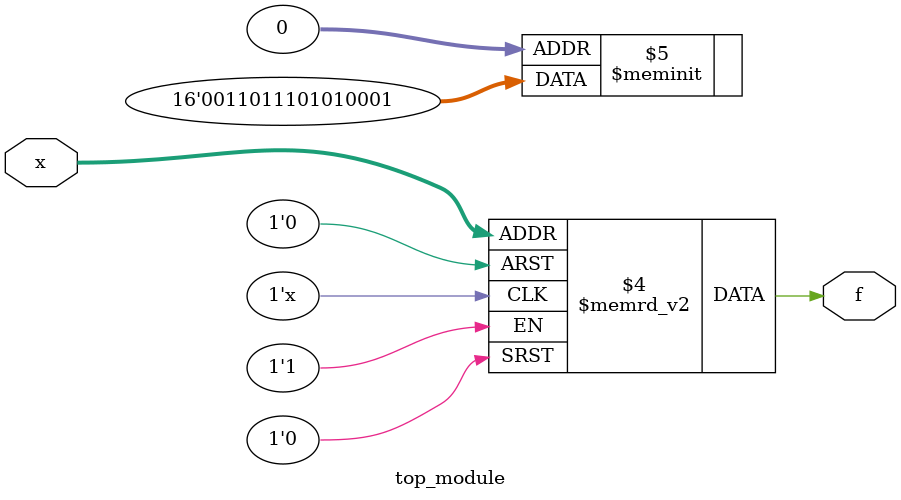
<source format=sv>
module top_module (
    input [4:1] x,
    output logic f
);

always_comb begin
    case ({x[4], x[3], x[2], x[1]})
        4'b0000: f = 1'b1;  // d
        4'b0001: f = 1'b0;
        4'b0010: f = 1'b0;
        4'b0011: f = 1'b0;
        4'b0100: f = 1'b1;  // d
        4'b0101: f = 1'b0;
        4'b0110: f = 1'b1;
        4'b0111: f = 1'b0;
        4'b1000: f = 1'b1;  // d
        4'b1001: f = 1'b1;
        4'b1010: f = 1'b1;
        4'b1011: f = 1'b0;  // d
        4'b1100: f = 1'b1;  // d
        4'b1101: f = 1'b1;
        4'b1110: f = 1'b0;  // d
        4'b1111: f = 1'b0;  // d
    endcase
end

endmodule

</source>
